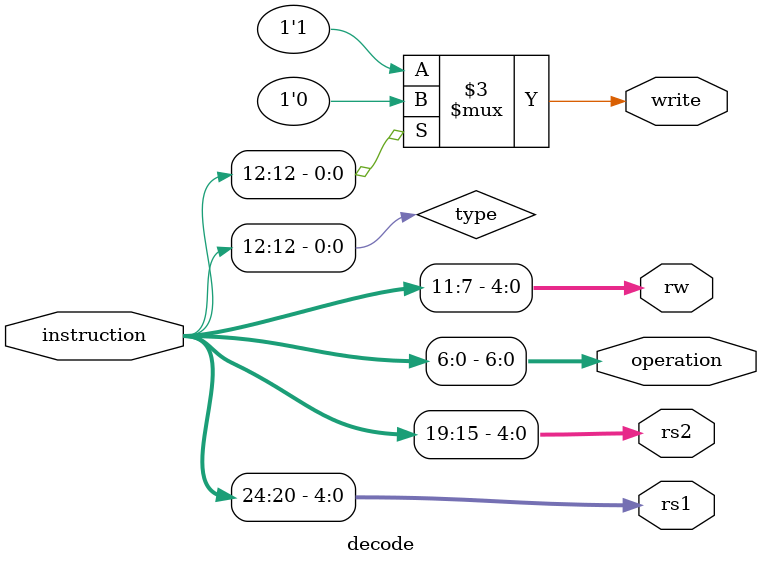
<source format=v>
/*
----------------------------------------------------------------
                         RISC-V Core
                   [ INSTRUCTION DECODER ]
----------------------------------------------------------------

- In this implementation of instruction decoder which takes an 32-bit
  instruction as input.
- It decodes 32 bit instruction into opcode, source registers and destination register

      -------------------------------------------------
      | opcode |   rd   | func3 |  rs1  |  rs2  | func7 |
      -------------------------------------------------
      0       6|7     11|12   14|15   19|20   24|25   31|

 - Here func3 indicated type of instruction (R-Type, Load/Store. Immediate, etc.)
 - Func7 is  used in immediate instructions.

*/

module decode(
    input [31:0] instruction,
    output reg [4:0] rs1,
    output reg [4:0] rs2,
    output reg [6:0] operation,
    output reg write,
    output reg [4:0] rw
);

    reg type; // temp
    always @(instruction)
      begin
        operation = instruction[6:0]; // opcode
        rs1 = instruction[24:20]; // source register 1
        rs2 = instruction[19:15]; // source register 2
        rw = instruction[11:7];   // destination register
        type = instruction[14:12]; // Type of Instruction

        write = (type == 3'b000) ? 1'b1 : 1'b0; // R-Type Instruction
      end

endmodule

</source>
